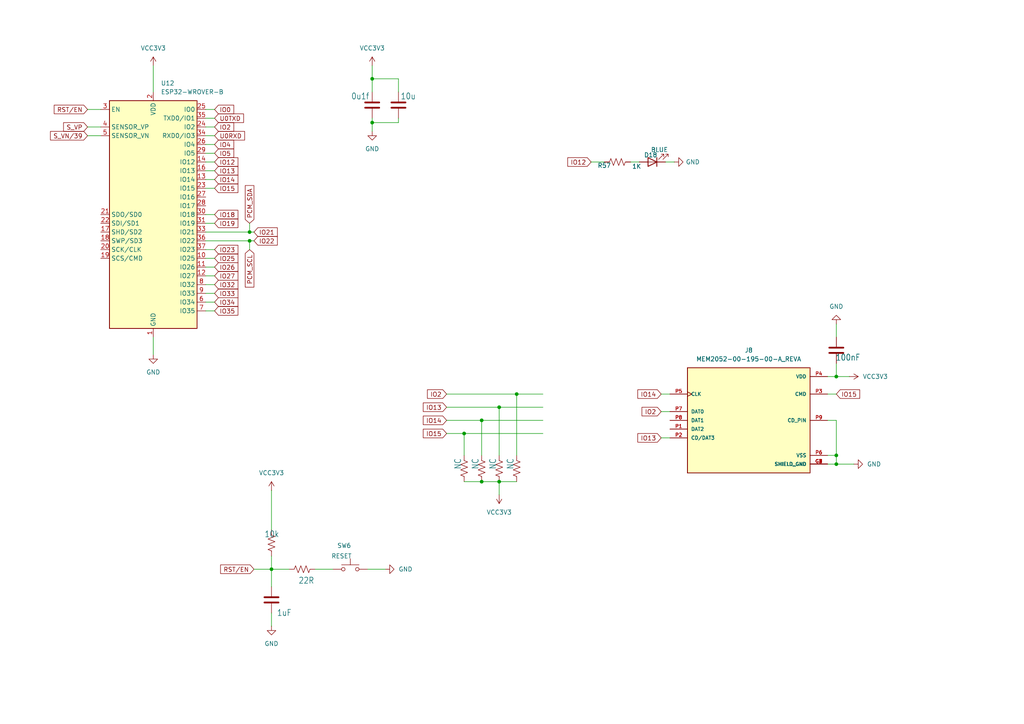
<source format=kicad_sch>
(kicad_sch (version 20231120) (generator "eeschema") (generator_version "8.0")
  (paper "A4")
  (title_block (title "TrackSense") (date "2024-05-07") (rev "BETA_1.0") (company "DFC - Cegep Ste-Foy"))
  (lib_symbols
    (symbol "Device:C" (pin_numbers hide) (pin_names (offset 0.254))
      (property "Reference" "C" (at 0.635 2.54 0))
      (property "Value" "C" (at 0.635 -2.54 0))
      (symbol "C_0_1"
        (polyline (pts (xy -2.032 -0.762) (xy 2.032 -0.762)) (stroke (width 0.508)))
        (polyline (pts (xy -2.032 0.762) (xy 2.032 0.762)) (stroke (width 0.508)))
      )
      (symbol "C_1_1"
        (pin passive line (at 0 3.81 270) (length 2.794) (name "~") (number "1"))
        (pin passive line (at 0 -3.81 90) (length 2.794) (name "~") (number "2"))
      )
    )
    (symbol "Device:LED" (pin_numbers hide) (pin_names (offset 1.016) hide)
      (property "Reference" "D" (at 0 2.54 0))
      (property "Value" "LED" (at 0 -2.54 0))
      (symbol "LED_0_1"
        (polyline (pts (xy -1.27 -1.27) (xy -1.27 1.27)) (stroke (width 0.254)))
        (polyline (pts (xy -1.27 0) (xy 1.27 0)))
        (polyline (pts (xy 1.27 -1.27) (xy 1.27 1.27) (xy -1.27 0) (xy 1.27 -1.27)) (stroke (width 0.254)))
        (polyline (pts (xy -3.048 -0.762) (xy -4.572 -2.286) (xy -3.81 -2.286) (xy -4.572 -2.286) (xy -4.572 -1.524)))
        (polyline (pts (xy -1.778 -0.762) (xy -3.302 -2.286) (xy -2.54 -2.286) (xy -3.302 -2.286) (xy -3.302 -1.524)))
      )
      (symbol "LED_1_1"
        (pin passive line (at -3.81 0 0) (length 2.54) (name "K") (number "1"))
        (pin passive line (at 3.81 0 180) (length 2.54) (name "A") (number "2"))
      )
    )
    (symbol "Device:R_US" (pin_numbers hide) (pin_names (offset 0))
      (property "Reference" "R" (at 2.54 0 90))
      (property "Value" "R_US" (at -2.54 0 90))
      (symbol "R_US_0_1"
        (polyline (pts (xy 0 -2.286) (xy 0 -2.54)))
        (polyline (pts (xy 0 2.286) (xy 0 2.54)))
        (polyline (pts (xy 0 -0.762) (xy 1.016 -1.143) (xy 0 -1.524) (xy -1.016 -1.905) (xy 0 -2.286)))
        (polyline (pts (xy 0 0.762) (xy 1.016 0.381) (xy 0 0) (xy -1.016 -0.381) (xy 0 -0.762)))
        (polyline (pts (xy 0 2.286) (xy 1.016 1.905) (xy 0 1.524) (xy -1.016 1.143) (xy 0 0.762)))
      )
      (symbol "R_US_1_1"
        (pin passive line (at 0 3.81 270) (length 1.27) (name "~") (number "1"))
        (pin passive line (at 0 -3.81 90) (length 1.27) (name "~") (number "2"))
      )
    )
    (symbol "MEM2052-00-195-00-A_REVA:MEM2052-00-195-00-A_REVA" (pin_names (offset 1.016))
      (property "Reference" "J7" (at 0 20.32 0))
      (property "Value" "MEM2052-00-195-00-A_REVA" (at 0 17.78 0))
      (symbol "MEM2052-00-195-00-A_REVA_0_0"
        (rectangle (start -17.78 15.24) (end 17.78 -15.24) (stroke (width 0.254)) (fill (type background)))
        (pin power_in line (at 22.86 -12.7 180) (length 5.08) (name "SHIELD_GND") (number "G1"))
        (pin power_in line (at 22.86 -12.7 180) (length 5.08) (name "SHIELD_GND") (number "G2"))
        (pin power_in line (at 22.86 -12.7 180) (length 5.08) (name "SHIELD_GND") (number "G3"))
        (pin power_in line (at 22.86 -12.7 180) (length 5.08) (name "SHIELD_GND") (number "G4"))
        (pin bidirectional line (at -22.86 -2.54 0) (length 5.08) (name "DAT2") (number "P1"))
        (pin bidirectional line (at -22.86 -5.08 0) (length 5.08) (name "CD/DAT3") (number "P2"))
        (pin bidirectional line (at 22.86 7.62 180) (length 5.08) (name "CMD") (number "P3"))
        (pin power_in line (at 22.86 12.7 180) (length 5.08) (name "VDD") (number "P4"))
        (pin input clock (at -22.86 7.62 0) (length 5.08) (name "CLK") (number "P5"))
        (pin power_in line (at 22.86 -10.16 180) (length 5.08) (name "VSS") (number "P6"))
        (pin bidirectional line (at -22.86 2.54 0) (length 5.08) (name "DAT0") (number "P7"))
        (pin bidirectional line (at -22.86 0 0) (length 5.08) (name "DAT1") (number "P8"))
        (pin passive line (at 22.86 0 180) (length 5.08) (name "CD_PIN") (number "P9"))
      )
    )
    (symbol "RF_Module:ESP32-WROOM-32"
      (property "Reference" "U" (at -12.7 34.29 0))
      (property "Value" "ESP32-WROOM-32" (at 1.27 34.29 0))
      (symbol "ESP32-WROOM-32_0_1"
        (rectangle (start -12.7 33.02) (end 12.7 -33.02) (stroke (width 0.254)) (fill (type background)))
      )
      (symbol "ESP32-WROOM-32_1_1"
        (pin power_in line (at 0 -35.56 90) (length 2.54) (name "GND") (number "1"))
        (pin bidirectional line (at 15.24 -12.7 180) (length 2.54) (name "IO25") (number "10"))
        (pin bidirectional line (at 15.24 -15.24 180) (length 2.54) (name "IO26") (number "11"))
        (pin bidirectional line (at 15.24 -17.78 180) (length 2.54) (name "IO27") (number "12"))
        (pin bidirectional line (at 15.24 10.16 180) (length 2.54) (name "IO14") (number "13"))
        (pin bidirectional line (at 15.24 15.24 180) (length 2.54) (name "IO12") (number "14"))
        (pin passive line (at 0 -35.56 90) (length 2.54) hide (name "GND") (number "15"))
        (pin bidirectional line (at 15.24 12.7 180) (length 2.54) (name "IO13") (number "16"))
        (pin bidirectional line (at -15.24 -5.08 0) (length 2.54) (name "SHD/SD2") (number "17"))
        (pin bidirectional line (at -15.24 -7.62 0) (length 2.54) (name "SWP/SD3") (number "18"))
        (pin bidirectional line (at -15.24 -12.7 0) (length 2.54) (name "SCS/CMD") (number "19"))
        (pin power_in line (at 0 35.56 270) (length 2.54) (name "VDD") (number "2"))
        (pin bidirectional line (at -15.24 -10.16 0) (length 2.54) (name "SCK/CLK") (number "20"))
        (pin bidirectional line (at -15.24 0 0) (length 2.54) (name "SDO/SD0") (number "21"))
        (pin bidirectional line (at -15.24 -2.54 0) (length 2.54) (name "SDI/SD1") (number "22"))
        (pin bidirectional line (at 15.24 7.62 180) (length 2.54) (name "IO15") (number "23"))
        (pin bidirectional line (at 15.24 25.4 180) (length 2.54) (name "IO2") (number "24"))
        (pin bidirectional line (at 15.24 30.48 180) (length 2.54) (name "IO0") (number "25"))
        (pin bidirectional line (at 15.24 20.32 180) (length 2.54) (name "IO4") (number "26"))
        (pin bidirectional line (at 15.24 5.08 180) (length 2.54) (name "IO16") (number "27"))
        (pin bidirectional line (at 15.24 2.54 180) (length 2.54) (name "IO17") (number "28"))
        (pin bidirectional line (at 15.24 17.78 180) (length 2.54) (name "IO5") (number "29"))
        (pin input line (at -15.24 30.48 0) (length 2.54) (name "EN") (number "3"))
        (pin bidirectional line (at 15.24 0 180) (length 2.54) (name "IO18") (number "30"))
        (pin bidirectional line (at 15.24 -2.54 180) (length 2.54) (name "IO19") (number "31"))
        (pin no_connect line (at -12.7 -27.94 0) (length 2.54) hide (name "NC") (number "32"))
        (pin bidirectional line (at 15.24 -5.08 180) (length 2.54) (name "IO21") (number "33"))
        (pin bidirectional line (at 15.24 22.86 180) (length 2.54) (name "RXD0/IO3") (number "34"))
        (pin bidirectional line (at 15.24 27.94 180) (length 2.54) (name "TXD0/IO1") (number "35"))
        (pin bidirectional line (at 15.24 -7.62 180) (length 2.54) (name "IO22") (number "36"))
        (pin bidirectional line (at 15.24 -10.16 180) (length 2.54) (name "IO23") (number "37"))
        (pin passive line (at 0 -35.56 90) (length 2.54) hide (name "GND") (number "38"))
        (pin passive line (at 0 -35.56 90) (length 2.54) hide (name "GND") (number "39"))
        (pin input line (at -15.24 25.4 0) (length 2.54) (name "SENSOR_VP") (number "4"))
        (pin input line (at -15.24 22.86 0) (length 2.54) (name "SENSOR_VN") (number "5"))
        (pin input line (at 15.24 -25.4 180) (length 2.54) (name "IO34") (number "6"))
        (pin input line (at 15.24 -27.94 180) (length 2.54) (name "IO35") (number "7"))
        (pin bidirectional line (at 15.24 -20.32 180) (length 2.54) (name "IO32") (number "8"))
        (pin bidirectional line (at 15.24 -22.86 180) (length 2.54) (name "IO33") (number "9"))
      )
    )
    (symbol "Switch:SW_Push" (pin_numbers hide) (pin_names (offset 1.016) hide)
      (property "Reference" "SW" (at 1.27 2.54 0))
      (property "Value" "SW_Push" (at 0 -1.524 0))
      (symbol "SW_Push_0_1"
        (circle (center -2.032 0) (radius 0.508))
        (polyline (pts (xy 0 1.27) (xy 0 3.048)))
        (polyline (pts (xy 2.54 1.27) (xy -2.54 1.27)))
        (circle (center 2.032 0) (radius 0.508))
        (pin passive line (at -5.08 0 0) (length 2.54) (name "1") (number "1"))
        (pin passive line (at 5.08 0 180) (length 2.54) (name "2") (number "2"))
      )
    )
    (symbol "power:GND" (power) (pin_numbers hide) (pin_names (offset 0) hide)
      (property "Value" "GND" (at 0 -3.81 0))
      (symbol "GND_0_1"
        (polyline (pts (xy 0 0) (xy 0 -1.27) (xy 1.27 -1.27) (xy 0 -2.54) (xy -1.27 -1.27) (xy 0 -1.27)))
      )
      (symbol "GND_1_1"
        (pin power_in line (at 0 0 270) (length 0) (name "~") (number "1"))
      )
    )
    (symbol "power:VCC" (power) (pin_numbers hide) (pin_names (offset 0) hide)
      (property "Value" "VCC" (at 0 3.556 0))
      (symbol "VCC_0_1"
        (polyline (pts (xy -0.762 1.27) (xy 0 2.54)))
        (polyline (pts (xy 0 0) (xy 0 2.54)))
        (polyline (pts (xy 0 2.54) (xy 0.762 1.27)))
      )
      (symbol "VCC_1_1"
        (pin power_in line (at 0 0 90) (length 0) (name "~") (number "1"))
      )
    )
  )
  (junction (at 139.7 121.92))
  (junction (at 144.78 139.7))
  (junction (at 134.62 125.73))
  (junction (at 144.78 118.11))
  (junction (at 242.57 132.08))
  (junction (at 149.86 114.3))
  (junction (at 107.95 22.86))
  (junction (at 242.57 109.22))
  (junction (at 242.57 134.62))
  (junction (at 78.74 165.1))
  (junction (at 72.39 67.31))
  (junction (at 72.39 69.85))
  (junction (at 107.95 35.56))
  (junction (at 139.7 139.7))
  (wire (pts (xy 59.69 80.01) (xy 62.23 80.01)))
  (wire (pts (xy 242.57 93.98) (xy 242.57 97.79)))
  (wire (pts (xy 72.39 64.77) (xy 72.39 67.31)))
  (wire (pts (xy 106.68 165.1) (xy 111.76 165.1)))
  (wire (pts (xy 107.95 35.56) (xy 115.57 35.56)))
  (wire (pts (xy 72.39 69.85) (xy 72.39 72.39)))
  (wire (pts (xy 59.69 74.93) (xy 62.23 74.93)))
  (wire (pts (xy 193.04 46.99) (xy 195.58 46.99)))
  (wire (pts (xy 59.69 39.37) (xy 62.23 39.37)))
  (wire (pts (xy 115.57 26.67) (xy 115.57 22.86)))
  (wire (pts (xy 44.45 97.79) (xy 44.45 102.87)))
  (wire (pts (xy 115.57 22.86) (xy 107.95 22.86)))
  (wire (pts (xy 78.74 161.29) (xy 78.74 165.1)))
  (wire (pts (xy 59.69 31.75) (xy 62.23 31.75)))
  (wire (pts (xy 72.39 69.85) (xy 73.66 69.85)))
  (wire (pts (xy 59.69 41.91) (xy 62.23 41.91)))
  (wire (pts (xy 59.69 90.17) (xy 62.23 90.17)))
  (wire (pts (xy 134.62 125.73) (xy 157.48 125.73)))
  (wire (pts (xy 59.69 69.85) (xy 72.39 69.85)))
  (wire (pts (xy 115.57 34.29) (xy 115.57 35.56)))
  (wire (pts (xy 107.95 38.1) (xy 107.95 35.56)))
  (wire (pts (xy 78.74 165.1) (xy 78.74 170.18)))
  (wire (pts (xy 78.74 177.8) (xy 78.74 181.61)))
  (wire (pts (xy 242.57 134.62) (xy 247.65 134.62)))
  (wire (pts (xy 59.69 36.83) (xy 62.23 36.83)))
  (wire (pts (xy 240.03 109.22) (xy 242.57 109.22)))
  (wire (pts (xy 242.57 132.08) (xy 242.57 134.62)))
  (wire (pts (xy 129.54 121.92) (xy 139.7 121.92)))
  (wire (pts (xy 182.88 46.99) (xy 185.42 46.99)))
  (wire (pts (xy 25.4 31.75) (xy 29.21 31.75)))
  (wire (pts (xy 129.54 125.73) (xy 134.62 125.73)))
  (wire (pts (xy 44.45 19.05) (xy 44.45 26.67)))
  (wire (pts (xy 59.69 82.55) (xy 62.23 82.55)))
  (wire (pts (xy 59.69 54.61) (xy 62.23 54.61)))
  (wire (pts (xy 59.69 34.29) (xy 62.23 34.29)))
  (wire (pts (xy 59.69 72.39) (xy 62.23 72.39)))
  (wire (pts (xy 191.77 119.38) (xy 194.31 119.38)))
  (wire (pts (xy 107.95 26.67) (xy 107.95 22.86)))
  (wire (pts (xy 129.54 118.11) (xy 144.78 118.11)))
  (wire (pts (xy 59.69 49.53) (xy 62.23 49.53)))
  (wire (pts (xy 242.57 121.92) (xy 242.57 132.08)))
  (wire (pts (xy 139.7 139.7) (xy 144.78 139.7)))
  (wire (pts (xy 129.54 114.3) (xy 149.86 114.3)))
  (wire (pts (xy 240.03 114.3) (xy 242.57 114.3)))
  (wire (pts (xy 59.69 77.47) (xy 62.23 77.47)))
  (wire (pts (xy 25.4 36.83) (xy 29.21 36.83)))
  (wire (pts (xy 144.78 118.11) (xy 144.78 132.08)))
  (wire (pts (xy 149.86 114.3) (xy 149.86 132.08)))
  (wire (pts (xy 107.95 34.29) (xy 107.95 35.56)))
  (wire (pts (xy 134.62 125.73) (xy 134.62 132.08)))
  (wire (pts (xy 240.03 121.92) (xy 242.57 121.92)))
  (wire (pts (xy 73.66 165.1) (xy 78.74 165.1)))
  (wire (pts (xy 59.69 64.77) (xy 62.23 64.77)))
  (wire (pts (xy 149.86 114.3) (xy 157.48 114.3)))
  (wire (pts (xy 191.77 114.3) (xy 194.31 114.3)))
  (wire (pts (xy 59.69 87.63) (xy 62.23 87.63)))
  (wire (pts (xy 134.62 139.7) (xy 139.7 139.7)))
  (wire (pts (xy 78.74 165.1) (xy 83.82 165.1)))
  (wire (pts (xy 171.45 46.99) (xy 175.26 46.99)))
  (wire (pts (xy 191.77 127) (xy 194.31 127)))
  (wire (pts (xy 144.78 139.7) (xy 149.86 139.7)))
  (wire (pts (xy 144.78 118.11) (xy 157.48 118.11)))
  (wire (pts (xy 25.4 39.37) (xy 29.21 39.37)))
  (wire (pts (xy 72.39 67.31) (xy 73.66 67.31)))
  (wire (pts (xy 59.69 85.09) (xy 62.23 85.09)))
  (wire (pts (xy 242.57 109.22) (xy 246.38 109.22)))
  (wire (pts (xy 107.95 22.86) (xy 107.95 19.05)))
  (wire (pts (xy 240.03 132.08) (xy 242.57 132.08)))
  (wire (pts (xy 59.69 44.45) (xy 62.23 44.45)))
  (wire (pts (xy 139.7 121.92) (xy 157.48 121.92)))
  (wire (pts (xy 78.74 142.24) (xy 78.74 153.67)))
  (wire (pts (xy 139.7 121.92) (xy 139.7 132.08)))
  (wire (pts (xy 59.69 62.23) (xy 62.23 62.23)))
  (wire (pts (xy 59.69 46.99) (xy 62.23 46.99)))
  (wire (pts (xy 59.69 67.31) (xy 72.39 67.31)))
  (wire (pts (xy 242.57 105.41) (xy 242.57 109.22)))
  (wire (pts (xy 144.78 139.7) (xy 144.78 143.51)))
  (wire (pts (xy 240.03 134.62) (xy 242.57 134.62)))
  (wire (pts (xy 59.69 52.07) (xy 62.23 52.07)))
  (wire (pts (xy 91.44 165.1) (xy 96.52 165.1)))
  (global_label "IO14" (shape input) (at 129.54 121.92 180) (property "Intersheetrefs" "${INTERSHEET_REFS}" (effects (hide yes))))
  (global_label "IO26" (shape input) (at 62.23 77.47 0) (property "Intersheetrefs" "${INTERSHEET_REFS}" (effects (hide yes))))
  (global_label "IO27" (shape input) (at 62.23 80.01 0) (property "Intersheetrefs" "${INTERSHEET_REFS}" (effects (hide yes))))
  (global_label "IO25" (shape input) (at 62.23 74.93 0) (property "Intersheetrefs" "${INTERSHEET_REFS}" (effects (hide yes))))
  (global_label "IO35" (shape input) (at 62.23 90.17 0) (property "Intersheetrefs" "${INTERSHEET_REFS}" (effects (hide yes))))
  (global_label "IO2" (shape input) (at 191.77 119.38 180) (property "Intersheetrefs" "${INTERSHEET_REFS}" (effects (hide yes))))
  (global_label "IO15" (shape input) (at 242.57 114.3 0) (property "Intersheetrefs" "${INTERSHEET_REFS}" (effects (hide yes))))
  (global_label "IO33" (shape input) (at 62.23 85.09 0) (property "Intersheetrefs" "${INTERSHEET_REFS}" (effects (hide yes))))
  (global_label "S_VN{slash}39" (shape input) (at 25.4 39.37 180) (property "Intersheetrefs" "${INTERSHEET_REFS}" (effects (hide yes))))
  (global_label "PCM_SDA" (shape input) (at 72.39 64.77 90) (property "Intersheetrefs" "${INTERSHEET_REFS}" (effects (hide yes))))
  (global_label "U0TXD" (shape input) (at 62.23 34.29 0) (property "Intersheetrefs" "${INTERSHEET_REFS}" (effects (hide yes))))
  (global_label "S_VP" (shape input) (at 25.4 36.83 180) (property "Intersheetrefs" "${INTERSHEET_REFS}" (effects (hide yes))))
  (global_label "IO21" (shape input) (at 73.66 67.31 0) (property "Intersheetrefs" "${INTERSHEET_REFS}" (effects (hide yes))))
  (global_label "RST{slash}EN" (shape input) (at 25.4 31.75 180) (property "Intersheetrefs" "${INTERSHEET_REFS}" (effects (hide yes))))
  (global_label "IO14" (shape input) (at 62.23 52.07 0) (property "Intersheetrefs" "${INTERSHEET_REFS}" (effects (hide yes))))
  (global_label "IO32" (shape input) (at 62.23 82.55 0) (property "Intersheetrefs" "${INTERSHEET_REFS}" (effects (hide yes))))
  (global_label "IO2" (shape input) (at 129.54 114.3 180) (property "Intersheetrefs" "${INTERSHEET_REFS}" (effects (hide yes))))
  (global_label "PCM_SCL" (shape input) (at 72.39 72.39 270) (property "Intersheetrefs" "${INTERSHEET_REFS}" (effects (hide yes))))
  (global_label "IO13" (shape input) (at 129.54 118.11 180) (property "Intersheetrefs" "${INTERSHEET_REFS}" (effects (hide yes))))
  (global_label "IO0" (shape input) (at 62.23 31.75 0) (property "Intersheetrefs" "${INTERSHEET_REFS}" (effects (hide yes))))
  (global_label "IO23" (shape input) (at 62.23 72.39 0) (property "Intersheetrefs" "${INTERSHEET_REFS}" (effects (hide yes))))
  (global_label "IO22" (shape input) (at 73.66 69.85 0) (property "Intersheetrefs" "${INTERSHEET_REFS}" (effects (hide yes))))
  (global_label "U0RXD" (shape input) (at 62.23 39.37 0) (property "Intersheetrefs" "${INTERSHEET_REFS}" (effects (hide yes))))
  (global_label "IO4" (shape input) (at 62.23 41.91 0) (property "Intersheetrefs" "${INTERSHEET_REFS}" (effects (hide yes))))
  (global_label "IO2" (shape input) (at 62.23 36.83 0) (property "Intersheetrefs" "${INTERSHEET_REFS}" (effects (hide yes))))
  (global_label "IO5" (shape input) (at 62.23 44.45 0) (property "Intersheetrefs" "${INTERSHEET_REFS}" (effects (hide yes))))
  (global_label "RST{slash}EN" (shape input) (at 73.66 165.1 180) (property "Intersheetrefs" "${INTERSHEET_REFS}" (effects (hide yes))))
  (global_label "IO15" (shape input) (at 129.54 125.73 180) (property "Intersheetrefs" "${INTERSHEET_REFS}" (effects (hide yes))))
  (global_label "IO19" (shape input) (at 62.23 64.77 0) (property "Intersheetrefs" "${INTERSHEET_REFS}" (effects (hide yes))))
  (global_label "IO15" (shape input) (at 62.23 54.61 0) (property "Intersheetrefs" "${INTERSHEET_REFS}" (effects (hide yes))))
  (global_label "IO14" (shape input) (at 191.77 114.3 180) (property "Intersheetrefs" "${INTERSHEET_REFS}" (effects (hide yes))))
  (global_label "IO18" (shape input) (at 62.23 62.23 0) (property "Intersheetrefs" "${INTERSHEET_REFS}" (effects (hide yes))))
  (global_label "IO34" (shape input) (at 62.23 87.63 0) (property "Intersheetrefs" "${INTERSHEET_REFS}" (effects (hide yes))))
  (global_label "IO12" (shape input) (at 62.23 46.99 0) (property "Intersheetrefs" "${INTERSHEET_REFS}" (effects (hide yes))))
  (global_label "IO13" (shape input) (at 62.23 49.53 0) (property "Intersheetrefs" "${INTERSHEET_REFS}" (effects (hide yes))))
  (global_label "IO13" (shape input) (at 191.77 127 180) (property "Intersheetrefs" "${INTERSHEET_REFS}" (effects (hide yes))))
  (global_label "IO12" (shape input) (at 171.45 46.99 180) (property "Intersheetrefs" "${INTERSHEET_REFS}" (effects (hide yes))))
  (symbol (lib_id "Device:LED") (at 189.23 46.99 180) (unit 1)
    (property "Reference" "D18" (at 188.722 44.958 0))
    (property "Value" "BLUE" (at 191.262 43.434 0))
    (property "Footprint" "LED_SMD:LED_0603_1608Metric" (effects (hide yes)))
    (property "Description" "Light emitting diode" (effects (hide yes)))
  )
  (symbol (lib_id "Switch:SW_Push") (at 101.6 165.1 0) (unit 1)
    (property "Reference" "SW6" (at 99.822 158.242 0))
    (property "Value" "RESET" (at 99.06 161.29 0))
    (property "Footprint" "Button_Switch_SMD:SW_Push_SPST_NO_Alps_SKRK" (effects (hide yes)))
    (property "Description" "Push button switch, generic, two pins" (effects (hide yes)))
  )
  (symbol (lib_id "RF_Module:ESP32-WROOM-32") (at 44.45 62.23 0) (unit 1)
    (property "Reference" "U12" (at 46.6441 24.13 0) (effects (justify left)))
    (property "Value" "ESP32-WROVER-B" (at 46.6441 26.67 0) (effects (justify left)))
    (property "Footprint" "RF_Module:ESP32-WROOM-32" (effects (hide yes)))
    (property "Datasheet" "https://www.espressif.com/sites/default/files/documentation/esp32-wroom-32_datasheet_en.pdf" (effects (hide yes)))
    (property "Description" "RF Module, ESP32-D0WDQ6 SoC, Wi-Fi 802.11b/g/n, Bluetooth, BLE, 32-bit, 2.7-3.6V, onboard antenna, SMD" (effects (hide yes)))
  )
  (symbol (lib_id "power:VCC") (at 44.45 19.05 0) (unit 1)
    (property "Reference" "#PWR079" (effects (hide yes)))
    (property "Value" "VCC3V3" (at 44.45 13.97 0))
    (property "Description" "Power symbol creates a global label with name \"VCC\"" (effects (hide yes)))
  )
  (symbol (lib_id "Device:C") (at 107.95 30.48 180) (unit 1)
    (property "Reference" "C60" (effects (hide yes)))
    (property "Value" "0u1f" (at 107.188 26.924 0) (effects (font (size 1.778 1.5113)) (justify left bottom)))
    (property "Footprint" "Capacitor_SMD:C_0603_1608Metric" (effects (hide yes)))
    (property "Description" "Unpolarized capacitor" (effects (hide yes)))
  )
  (symbol (lib_id "power:VCC") (at 78.74 142.24 0) (unit 1)
    (property "Reference" "#PWR081" (effects (hide yes)))
    (property "Value" "VCC3V3" (at 78.74 137.16 0))
    (property "Description" "Power symbol creates a global label with name \"VCC\"" (effects (hide yes)))
  )
  (symbol (lib_id "power:GND") (at 195.58 46.99 90) (unit 1)
    (property "Reference" "#PWR087" (effects (hide yes)))
    (property "Value" "GND" (at 198.882 46.99 90) (effects (justify right)))
    (property "Description" "Power symbol creates a global label with name \"GND\" , ground" (effects (hide yes)))
  )
  (symbol (lib_id "power:GND") (at 44.45 102.87 0) (unit 1)
    (property "Reference" "#PWR080" (effects (hide yes)))
    (property "Value" "GND" (at 44.45 107.95 0))
    (property "Description" "Power symbol creates a global label with name \"GND\" , ground" (effects (hide yes)))
  )
  (symbol (lib_id "power:GND") (at 247.65 134.62 90) (unit 1)
    (property "Reference" "#PWR090" (effects (hide yes)))
    (property "Value" "GND" (at 251.46 134.6199 90) (effects (justify right)))
    (property "Description" "Power symbol creates a global label with name \"GND\" , ground" (effects (hide yes)))
  )
  (symbol (lib_id "power:GND") (at 242.57 93.98 180) (unit 1)
    (property "Reference" "#PWR088" (effects (hide yes)))
    (property "Value" "GND" (at 242.57 88.9 0))
    (property "Description" "Power symbol creates a global label with name \"GND\" , ground" (effects (hide yes)))
  )
  (symbol (lib_id "power:VCC") (at 246.38 109.22 270) (unit 1)
    (property "Reference" "#PWR089" (effects (hide yes)))
    (property "Value" "VCC3V3" (at 250.19 109.2199 90) (effects (justify left)))
    (property "Description" "Power symbol creates a global label with name \"VCC\"" (effects (hide yes)))
  )
  (symbol (lib_id "power:GND") (at 78.74 181.61 0) (unit 1)
    (property "Reference" "#PWR082" (effects (hide yes)))
    (property "Value" "GND" (at 78.74 186.69 0))
    (property "Description" "Power symbol creates a global label with name \"GND\" , ground" (effects (hide yes)))
  )
  (symbol (lib_id "power:GND") (at 107.95 38.1 0) (unit 1)
    (property "Reference" "#PWR084" (effects (hide yes)))
    (property "Value" "GND" (at 107.95 43.18 0))
    (property "Description" "Power symbol creates a global label with name \"GND\" , ground" (effects (hide yes)))
  )
  (symbol (lib_id "Device:R_US") (at 179.07 46.99 90) (unit 1)
    (property "Reference" "R57" (at 175.26 48.006 90))
    (property "Value" "1K" (at 184.658 48.26 90))
    (property "Footprint" "Resistor_SMD:R_0402_1005Metric" (effects (hide yes)))
    (property "Description" "Resistor, US symbol" (effects (hide yes)))
  )
  (symbol (lib_id "Device:R_US") (at 87.63 165.1 90) (unit 1)
    (property "Reference" "R52" (effects (hide yes)))
    (property "Value" "22R" (at 91.186 167.386 90) (effects (font (size 1.778 1.5113)) (justify left bottom)))
    (property "Footprint" "Resistor_SMD:R_0603_1608Metric" (effects (hide yes)))
    (property "Description" "Resistor, US symbol" (effects (hide yes)))
  )
  (symbol (lib_id "Device:R_US") (at 139.7 135.89 180) (unit 1) (in_bom no) (on_board no)
    (property "Reference" "R54" (effects (hide yes)))
    (property "Value" "NC" (at 136.906 132.842 90) (effects (font (size 1.778 1.5113)) (justify left bottom)))
    (property "Footprint" "Resistor_SMD:R_0402_1005Metric" (effects (hide yes)))
    (property "Description" "Resistor, US symbol" (effects (hide yes)))
  )
  (symbol (lib_id "MEM2052-00-195-00-A_REVA:MEM2052-00-195-00-A_REVA") (at 217.17 121.92 0) (unit 1)
    (property "Reference" "J8" (at 217.17 101.6 0))
    (property "Value" "MEM2052-00-195-00-A_REVA" (at 217.17 104.14 0))
    (property "Footprint" "KicadLib:GCT_MEM2052-00-195-00-A_REVA" (effects (hide yes)))
    (property "MF" "Global Connector Technology" (effects (hide yes)))
    (property "MAXIMUM_PACKAGE_HEIGHT" "1.95 mm" (effects (hide yes)))
    (property "Package" "None" (effects (hide yes)))
    (property "Price" "None" (effects (hide yes)))
    (property "Check_prices" "https://www.snapeda.com/parts/MEM2052-00-195-00-A/Global+Connector+Technology/view-part/?ref=eda" (effects (hide yes)))
    (property "STANDARD" "Manufacturer Recommendations" (effects (hide yes)))
    (property "PARTREV" "A" (effects (hide yes)))
    (property "SnapEDA_Link" "https://www.snapeda.com/parts/MEM2052-00-195-00-A/Global+Connector+Technology/view-part/?ref=snap" (effects (hide yes)))
    (property "MP" "MEM2052-00-195-00-A" (effects (hide yes)))
    (property "Description_1" "\nMicroSD Push push Memory Card Connector\n" (effects (hide yes)))
    (property "MANUFACTURER" "Global Connector Technology" (effects (hide yes)))
    (property "Availability" "In Stock" (effects (hide yes)))
    (property "SNAPEDA_PN" "MEM2052-00-195-00-A" (effects (hide yes)))
  )
  (symbol (lib_id "power:GND") (at 111.76 165.1 90) (unit 1)
    (property "Reference" "#PWR085" (effects (hide yes)))
    (property "Value" "GND" (at 115.57 165.0999 90) (effects (justify right)))
    (property "Description" "Power symbol creates a global label with name \"GND\" , ground" (effects (hide yes)))
  )
  (symbol (lib_id "Device:C") (at 115.57 30.48 180) (unit 1)
    (property "Reference" "C61" (effects (hide yes)))
    (property "Value" "10u" (at 120.65 26.924 0) (effects (font (size 1.778 1.5113)) (justify left bottom)))
    (property "Footprint" "Capacitor_SMD:C_0603_1608Metric" (effects (hide yes)))
    (property "Description" "Unpolarized capacitor" (effects (hide yes)))
  )
  (symbol (lib_id "Device:R_US") (at 134.62 135.89 180) (unit 1) (in_bom no) (on_board no)
    (property "Reference" "R53" (effects (hide yes)))
    (property "Value" "NC" (at 131.826 132.842 90) (effects (font (size 1.778 1.5113)) (justify left bottom)))
    (property "Footprint" "Resistor_SMD:R_0402_1005Metric" (effects (hide yes)))
    (property "Description" "Resistor, US symbol" (effects (hide yes)))
  )
  (symbol (lib_id "Device:C") (at 78.74 173.99 0) (unit 1)
    (property "Reference" "C59" (effects (hide yes)))
    (property "Value" "1uF" (at 80.264 178.689 0) (effects (font (size 1.778 1.5113)) (justify left bottom)))
    (property "Footprint" "Capacitor_SMD:C_0603_1608Metric" (effects (hide yes)))
    (property "Description" "Unpolarized capacitor" (effects (hide yes)))
  )
  (symbol (lib_id "power:VCC") (at 144.78 143.51 180) (unit 1)
    (property "Reference" "#PWR086" (effects (hide yes)))
    (property "Value" "VCC3V3" (at 144.78 148.59 0))
    (property "Description" "Power symbol creates a global label with name \"VCC\"" (effects (hide yes)))
  )
  (symbol (lib_id "Device:R_US") (at 149.86 135.89 180) (unit 1) (in_bom no) (on_board no)
    (property "Reference" "R56" (effects (hide yes)))
    (property "Value" "NC" (at 147.066 132.842 90) (effects (font (size 1.778 1.5113)) (justify left bottom)))
    (property "Footprint" "Resistor_SMD:R_0402_1005Metric" (effects (hide yes)))
    (property "Description" "Resistor, US symbol" (effects (hide yes)))
  )
  (symbol (lib_id "Device:C") (at 242.57 101.6 0) (unit 1)
    (property "Reference" "C62" (effects (hide yes)))
    (property "Value" "100nF" (at 242.316 104.648 0) (effects (font (size 1.778 1.5113)) (justify left bottom)))
    (property "Footprint" "Capacitor_SMD:C_0603_1608Metric" (effects (hide yes)))
    (property "Description" "Unpolarized capacitor" (effects (hide yes)))
  )
  (symbol (lib_id "power:VCC") (at 107.95 19.05 0) (unit 1)
    (property "Reference" "#PWR083" (effects (hide yes)))
    (property "Value" "VCC3V3" (at 107.95 13.97 0))
    (property "Description" "Power symbol creates a global label with name \"VCC\"" (effects (hide yes)))
  )
  (symbol (lib_id "Device:R_US") (at 144.78 135.89 180) (unit 1) (in_bom no) (on_board no)
    (property "Reference" "R55" (effects (hide yes)))
    (property "Value" "NC" (at 141.9785 132.8438 90) (effects (font (size 1.778 1.5113)) (justify left bottom)))
    (property "Footprint" "Resistor_SMD:R_0402_1005Metric" (effects (hide yes)))
    (property "Description" "Resistor, US symbol" (effects (hide yes)))
  )
  (symbol (lib_id "Device:R_US") (at 78.74 157.48 180) (unit 1)
    (property "Reference" "R51" (effects (hide yes)))
    (property "Value" "10k" (at 81.026 153.924 0) (effects (font (size 1.778 1.5113)) (justify left bottom)))
    (property "Footprint" "Resistor_SMD:R_0603_1608Metric" (effects (hide yes)))
    (property "Description" "Resistor, US symbol" (effects (hide yes)))
  )
)
</source>
